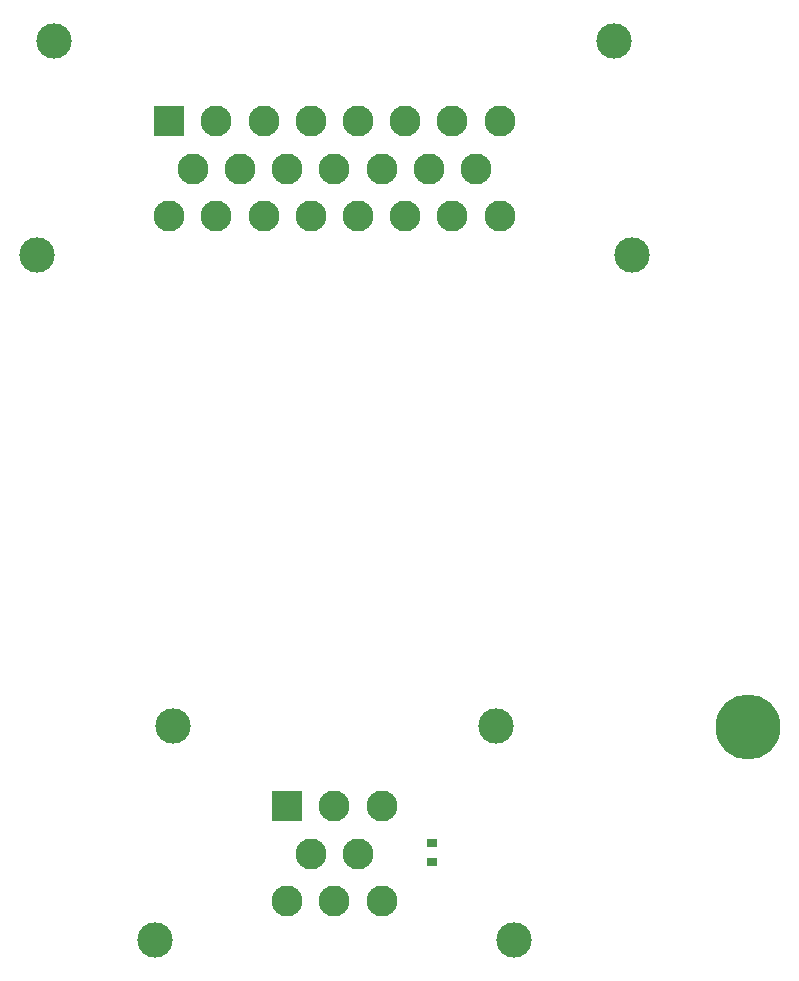
<source format=gbs>
G04 #@! TF.GenerationSoftware,KiCad,Pcbnew,(5.0.0-rc2-dev-130-g0bdae22af-dirty)*
G04 #@! TF.CreationDate,2019-01-24T11:46:42+02:00*
G04 #@! TF.ProjectId,hcu,6863752E6B696361645F706362000000,rev?*
G04 #@! TF.SameCoordinates,Original*
G04 #@! TF.FileFunction,Soldermask,Bot*
G04 #@! TF.FilePolarity,Negative*
%FSLAX46Y46*%
G04 Gerber Fmt 4.6, Leading zero omitted, Abs format (unit mm)*
G04 Created by KiCad (PCBNEW (5.0.0-rc2-dev-130-g0bdae22af-dirty)) date Thu Jan 24 11:46:42 2019*
%MOMM*%
%LPD*%
G01*
G04 APERTURE LIST*
%ADD10R,2.623820X2.623820*%
%ADD11C,2.623820*%
%ADD12C,2.999740*%
%ADD13C,5.500000*%
%ADD14R,0.939800X0.762000*%
G04 APERTURE END LIST*
D10*
X164002040Y-119002040D03*
D11*
X168000000Y-119002040D03*
X171997960Y-119002040D03*
X166001020Y-123000000D03*
X169998980Y-123000000D03*
X164002040Y-126997960D03*
X168000000Y-126997960D03*
X171997960Y-126997960D03*
D12*
X154301780Y-112202460D03*
X181698220Y-112202460D03*
X183199360Y-130299960D03*
X152800640Y-130299960D03*
D10*
X154002060Y-61002040D03*
D11*
X158000020Y-61002040D03*
X162000520Y-61002040D03*
X166001020Y-61002040D03*
X169998980Y-61002040D03*
X173999480Y-61002040D03*
X177999980Y-61002040D03*
X181997940Y-61002040D03*
X156001040Y-65000000D03*
X160001540Y-65000000D03*
X164002040Y-65000000D03*
X168000000Y-65000000D03*
X171997960Y-65000000D03*
X175998460Y-65000000D03*
X179998960Y-65000000D03*
X154002060Y-68997960D03*
X158000020Y-68997960D03*
X162000520Y-68997960D03*
X166001020Y-68997960D03*
X169998980Y-68997960D03*
X173999480Y-68997960D03*
X177999980Y-68997960D03*
X181997940Y-68997960D03*
D12*
X144301800Y-54202460D03*
X191698200Y-54202460D03*
X142800660Y-72299960D03*
X193199340Y-72299960D03*
D13*
X203000000Y-112300000D03*
D14*
X176300000Y-122061800D03*
X176300000Y-123738200D03*
M02*

</source>
